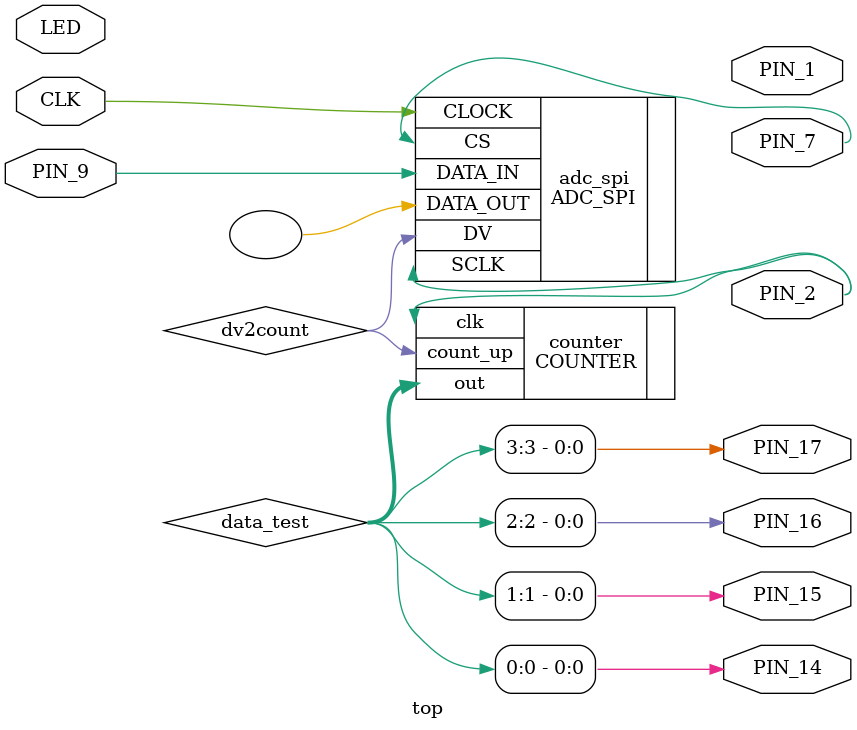
<source format=v>
module top
    (
    input CLK,    // 16MHz clock
    input PIN_9,  // DATA_IN from ADC
    input LED,
    output PIN_1, // DV test
    output PIN_7,   // CS
    output PIN_2,   // SCLK
    output PIN_14, // test data_0
    output PIN_15, // test data_1
    output PIN_16, 
    output PIN_17
    
);

reg [7:0] data_test;
wire dv2count;

ADC_SPI adc_spi 
    (
        .CLOCK(CLK),
        .CS(PIN_7),
        .SCLK(PIN_2),
        .DATA_IN(PIN_9),
        .DV(dv2count),
        .DATA_OUT()
        );

COUNTER counter
(
    .clk(PIN_2),
    .count_up(dv2count), 
    .out(data_test[7:0])
    );
begin 
end
assign PIN_14 = data_test[0];
assign PIN_15 = data_test[1];
assign PIN_16 = data_test[2];
assign PIN_17 = data_test[3];
endmodule

</source>
